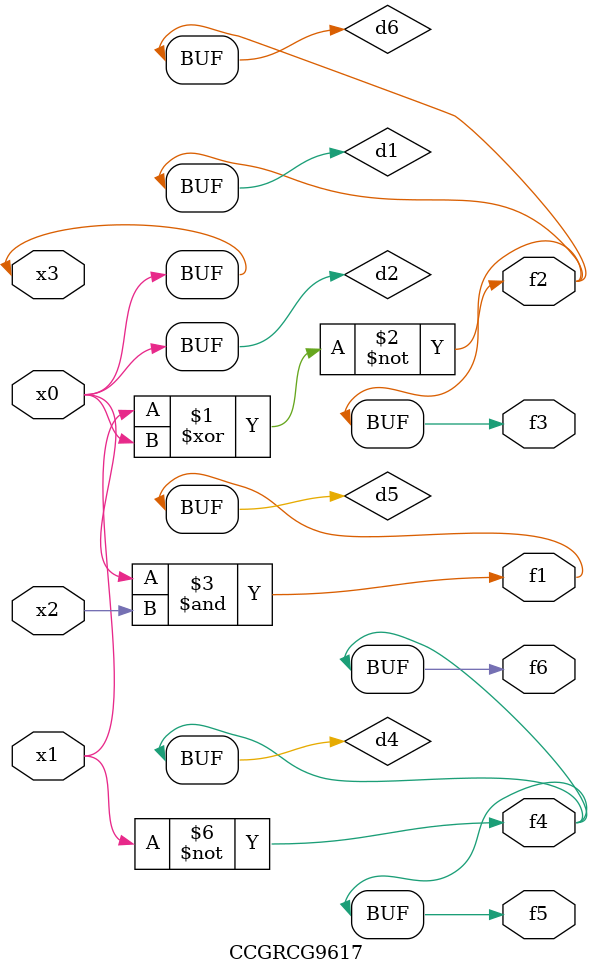
<source format=v>
module CCGRCG9617(
	input x0, x1, x2, x3,
	output f1, f2, f3, f4, f5, f6
);

	wire d1, d2, d3, d4, d5, d6;

	xnor (d1, x1, x3);
	buf (d2, x0, x3);
	nand (d3, x0, x2);
	not (d4, x1);
	nand (d5, d3);
	or (d6, d1);
	assign f1 = d5;
	assign f2 = d6;
	assign f3 = d6;
	assign f4 = d4;
	assign f5 = d4;
	assign f6 = d4;
endmodule

</source>
